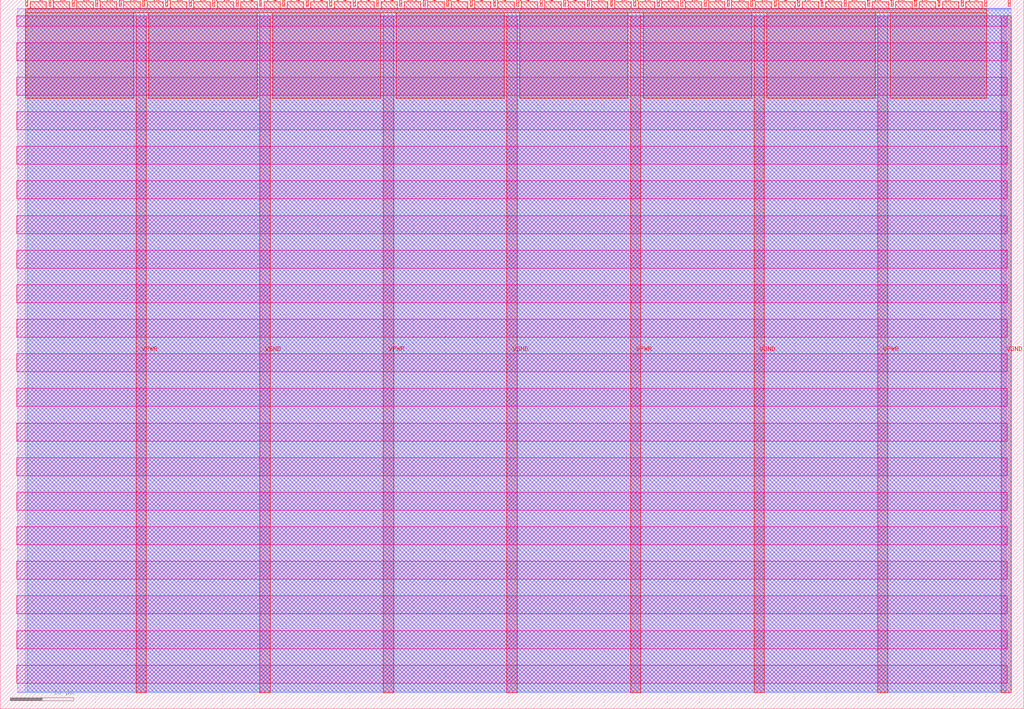
<source format=lef>
VERSION 5.7 ;
  NOWIREEXTENSIONATPIN ON ;
  DIVIDERCHAR "/" ;
  BUSBITCHARS "[]" ;
MACRO tt_um_SteffenReith_PiMACTop
  CLASS BLOCK ;
  FOREIGN tt_um_SteffenReith_PiMACTop ;
  ORIGIN 0.000 0.000 ;
  SIZE 161.000 BY 111.520 ;
  PIN VGND
    DIRECTION INOUT ;
    USE GROUND ;
    PORT
      LAYER met4 ;
        RECT 40.830 2.480 42.430 109.040 ;
    END
    PORT
      LAYER met4 ;
        RECT 79.700 2.480 81.300 109.040 ;
    END
    PORT
      LAYER met4 ;
        RECT 118.570 2.480 120.170 109.040 ;
    END
    PORT
      LAYER met4 ;
        RECT 157.440 2.480 159.040 109.040 ;
    END
  END VGND
  PIN VPWR
    DIRECTION INOUT ;
    USE POWER ;
    PORT
      LAYER met4 ;
        RECT 21.395 2.480 22.995 109.040 ;
    END
    PORT
      LAYER met4 ;
        RECT 60.265 2.480 61.865 109.040 ;
    END
    PORT
      LAYER met4 ;
        RECT 99.135 2.480 100.735 109.040 ;
    END
    PORT
      LAYER met4 ;
        RECT 138.005 2.480 139.605 109.040 ;
    END
  END VPWR
  PIN clk
    DIRECTION INPUT ;
    USE SIGNAL ;
    ANTENNAGATEAREA 0.852000 ;
    PORT
      LAYER met4 ;
        RECT 154.870 110.520 155.170 111.520 ;
    END
  END clk
  PIN ena
    DIRECTION INPUT ;
    USE SIGNAL ;
    PORT
      LAYER met4 ;
        RECT 158.550 110.520 158.850 111.520 ;
    END
  END ena
  PIN rst_n
    DIRECTION INPUT ;
    USE SIGNAL ;
    PORT
      LAYER met4 ;
        RECT 151.190 110.520 151.490 111.520 ;
    END
  END rst_n
  PIN ui_in[0]
    DIRECTION INPUT ;
    USE SIGNAL ;
    ANTENNAGATEAREA 0.196500 ;
    PORT
      LAYER met4 ;
        RECT 147.510 110.520 147.810 111.520 ;
    END
  END ui_in[0]
  PIN ui_in[1]
    DIRECTION INPUT ;
    USE SIGNAL ;
    ANTENNAGATEAREA 0.196500 ;
    PORT
      LAYER met4 ;
        RECT 143.830 110.520 144.130 111.520 ;
    END
  END ui_in[1]
  PIN ui_in[2]
    DIRECTION INPUT ;
    USE SIGNAL ;
    ANTENNAGATEAREA 0.196500 ;
    PORT
      LAYER met4 ;
        RECT 140.150 110.520 140.450 111.520 ;
    END
  END ui_in[2]
  PIN ui_in[3]
    DIRECTION INPUT ;
    USE SIGNAL ;
    ANTENNAGATEAREA 0.196500 ;
    PORT
      LAYER met4 ;
        RECT 136.470 110.520 136.770 111.520 ;
    END
  END ui_in[3]
  PIN ui_in[4]
    DIRECTION INPUT ;
    USE SIGNAL ;
    ANTENNAGATEAREA 0.213000 ;
    PORT
      LAYER met4 ;
        RECT 132.790 110.520 133.090 111.520 ;
    END
  END ui_in[4]
  PIN ui_in[5]
    DIRECTION INPUT ;
    USE SIGNAL ;
    ANTENNAGATEAREA 0.196500 ;
    PORT
      LAYER met4 ;
        RECT 129.110 110.520 129.410 111.520 ;
    END
  END ui_in[5]
  PIN ui_in[6]
    DIRECTION INPUT ;
    USE SIGNAL ;
    ANTENNAGATEAREA 0.196500 ;
    PORT
      LAYER met4 ;
        RECT 125.430 110.520 125.730 111.520 ;
    END
  END ui_in[6]
  PIN ui_in[7]
    DIRECTION INPUT ;
    USE SIGNAL ;
    ANTENNAGATEAREA 0.196500 ;
    PORT
      LAYER met4 ;
        RECT 121.750 110.520 122.050 111.520 ;
    END
  END ui_in[7]
  PIN uio_in[0]
    DIRECTION INPUT ;
    USE SIGNAL ;
    ANTENNAGATEAREA 0.196500 ;
    PORT
      LAYER met4 ;
        RECT 118.070 110.520 118.370 111.520 ;
    END
  END uio_in[0]
  PIN uio_in[1]
    DIRECTION INPUT ;
    USE SIGNAL ;
    ANTENNAGATEAREA 0.196500 ;
    PORT
      LAYER met4 ;
        RECT 114.390 110.520 114.690 111.520 ;
    END
  END uio_in[1]
  PIN uio_in[2]
    DIRECTION INPUT ;
    USE SIGNAL ;
    ANTENNAGATEAREA 0.196500 ;
    PORT
      LAYER met4 ;
        RECT 110.710 110.520 111.010 111.520 ;
    END
  END uio_in[2]
  PIN uio_in[3]
    DIRECTION INPUT ;
    USE SIGNAL ;
    ANTENNAGATEAREA 0.196500 ;
    PORT
      LAYER met4 ;
        RECT 107.030 110.520 107.330 111.520 ;
    END
  END uio_in[3]
  PIN uio_in[4]
    DIRECTION INPUT ;
    USE SIGNAL ;
    PORT
      LAYER met4 ;
        RECT 103.350 110.520 103.650 111.520 ;
    END
  END uio_in[4]
  PIN uio_in[5]
    DIRECTION INPUT ;
    USE SIGNAL ;
    PORT
      LAYER met4 ;
        RECT 99.670 110.520 99.970 111.520 ;
    END
  END uio_in[5]
  PIN uio_in[6]
    DIRECTION INPUT ;
    USE SIGNAL ;
    PORT
      LAYER met4 ;
        RECT 95.990 110.520 96.290 111.520 ;
    END
  END uio_in[6]
  PIN uio_in[7]
    DIRECTION INPUT ;
    USE SIGNAL ;
    PORT
      LAYER met4 ;
        RECT 92.310 110.520 92.610 111.520 ;
    END
  END uio_in[7]
  PIN uio_oe[0]
    DIRECTION OUTPUT TRISTATE ;
    USE SIGNAL ;
    PORT
      LAYER met4 ;
        RECT 29.750 110.520 30.050 111.520 ;
    END
  END uio_oe[0]
  PIN uio_oe[1]
    DIRECTION OUTPUT TRISTATE ;
    USE SIGNAL ;
    PORT
      LAYER met4 ;
        RECT 26.070 110.520 26.370 111.520 ;
    END
  END uio_oe[1]
  PIN uio_oe[2]
    DIRECTION OUTPUT TRISTATE ;
    USE SIGNAL ;
    PORT
      LAYER met4 ;
        RECT 22.390 110.520 22.690 111.520 ;
    END
  END uio_oe[2]
  PIN uio_oe[3]
    DIRECTION OUTPUT TRISTATE ;
    USE SIGNAL ;
    PORT
      LAYER met4 ;
        RECT 18.710 110.520 19.010 111.520 ;
    END
  END uio_oe[3]
  PIN uio_oe[4]
    DIRECTION OUTPUT TRISTATE ;
    USE SIGNAL ;
    PORT
      LAYER met4 ;
        RECT 15.030 110.520 15.330 111.520 ;
    END
  END uio_oe[4]
  PIN uio_oe[5]
    DIRECTION OUTPUT TRISTATE ;
    USE SIGNAL ;
    PORT
      LAYER met4 ;
        RECT 11.350 110.520 11.650 111.520 ;
    END
  END uio_oe[5]
  PIN uio_oe[6]
    DIRECTION OUTPUT TRISTATE ;
    USE SIGNAL ;
    PORT
      LAYER met4 ;
        RECT 7.670 110.520 7.970 111.520 ;
    END
  END uio_oe[6]
  PIN uio_oe[7]
    DIRECTION OUTPUT TRISTATE ;
    USE SIGNAL ;
    PORT
      LAYER met4 ;
        RECT 3.990 110.520 4.290 111.520 ;
    END
  END uio_oe[7]
  PIN uio_out[0]
    DIRECTION OUTPUT TRISTATE ;
    USE SIGNAL ;
    PORT
      LAYER met4 ;
        RECT 59.190 110.520 59.490 111.520 ;
    END
  END uio_out[0]
  PIN uio_out[1]
    DIRECTION OUTPUT TRISTATE ;
    USE SIGNAL ;
    PORT
      LAYER met4 ;
        RECT 55.510 110.520 55.810 111.520 ;
    END
  END uio_out[1]
  PIN uio_out[2]
    DIRECTION OUTPUT TRISTATE ;
    USE SIGNAL ;
    PORT
      LAYER met4 ;
        RECT 51.830 110.520 52.130 111.520 ;
    END
  END uio_out[2]
  PIN uio_out[3]
    DIRECTION OUTPUT TRISTATE ;
    USE SIGNAL ;
    PORT
      LAYER met4 ;
        RECT 48.150 110.520 48.450 111.520 ;
    END
  END uio_out[3]
  PIN uio_out[4]
    DIRECTION OUTPUT TRISTATE ;
    USE SIGNAL ;
    PORT
      LAYER met4 ;
        RECT 44.470 110.520 44.770 111.520 ;
    END
  END uio_out[4]
  PIN uio_out[5]
    DIRECTION OUTPUT TRISTATE ;
    USE SIGNAL ;
    PORT
      LAYER met4 ;
        RECT 40.790 110.520 41.090 111.520 ;
    END
  END uio_out[5]
  PIN uio_out[6]
    DIRECTION OUTPUT TRISTATE ;
    USE SIGNAL ;
    PORT
      LAYER met4 ;
        RECT 37.110 110.520 37.410 111.520 ;
    END
  END uio_out[6]
  PIN uio_out[7]
    DIRECTION OUTPUT TRISTATE ;
    USE SIGNAL ;
    PORT
      LAYER met4 ;
        RECT 33.430 110.520 33.730 111.520 ;
    END
  END uio_out[7]
  PIN uo_out[0]
    DIRECTION OUTPUT TRISTATE ;
    USE SIGNAL ;
    ANTENNADIFFAREA 0.795200 ;
    PORT
      LAYER met4 ;
        RECT 88.630 110.520 88.930 111.520 ;
    END
  END uo_out[0]
  PIN uo_out[1]
    DIRECTION OUTPUT TRISTATE ;
    USE SIGNAL ;
    ANTENNADIFFAREA 0.445500 ;
    PORT
      LAYER met4 ;
        RECT 84.950 110.520 85.250 111.520 ;
    END
  END uo_out[1]
  PIN uo_out[2]
    DIRECTION OUTPUT TRISTATE ;
    USE SIGNAL ;
    ANTENNADIFFAREA 0.795200 ;
    PORT
      LAYER met4 ;
        RECT 81.270 110.520 81.570 111.520 ;
    END
  END uo_out[2]
  PIN uo_out[3]
    DIRECTION OUTPUT TRISTATE ;
    USE SIGNAL ;
    ANTENNADIFFAREA 1.242000 ;
    PORT
      LAYER met4 ;
        RECT 77.590 110.520 77.890 111.520 ;
    END
  END uo_out[3]
  PIN uo_out[4]
    DIRECTION OUTPUT TRISTATE ;
    USE SIGNAL ;
    ANTENNADIFFAREA 1.721000 ;
    PORT
      LAYER met4 ;
        RECT 73.910 110.520 74.210 111.520 ;
    END
  END uo_out[4]
  PIN uo_out[5]
    DIRECTION OUTPUT TRISTATE ;
    USE SIGNAL ;
    ANTENNADIFFAREA 1.524450 ;
    PORT
      LAYER met4 ;
        RECT 70.230 110.520 70.530 111.520 ;
    END
  END uo_out[5]
  PIN uo_out[6]
    DIRECTION OUTPUT TRISTATE ;
    USE SIGNAL ;
    ANTENNADIFFAREA 1.524450 ;
    PORT
      LAYER met4 ;
        RECT 66.550 110.520 66.850 111.520 ;
    END
  END uo_out[6]
  PIN uo_out[7]
    DIRECTION OUTPUT TRISTATE ;
    USE SIGNAL ;
    ANTENNADIFFAREA 0.462000 ;
    PORT
      LAYER met4 ;
        RECT 62.870 110.520 63.170 111.520 ;
    END
  END uo_out[7]
  OBS
      LAYER nwell ;
        RECT 2.570 107.385 158.430 108.990 ;
        RECT 2.570 101.945 158.430 104.775 ;
        RECT 2.570 96.505 158.430 99.335 ;
        RECT 2.570 91.065 158.430 93.895 ;
        RECT 2.570 85.625 158.430 88.455 ;
        RECT 2.570 80.185 158.430 83.015 ;
        RECT 2.570 74.745 158.430 77.575 ;
        RECT 2.570 69.305 158.430 72.135 ;
        RECT 2.570 63.865 158.430 66.695 ;
        RECT 2.570 58.425 158.430 61.255 ;
        RECT 2.570 52.985 158.430 55.815 ;
        RECT 2.570 47.545 158.430 50.375 ;
        RECT 2.570 42.105 158.430 44.935 ;
        RECT 2.570 36.665 158.430 39.495 ;
        RECT 2.570 31.225 158.430 34.055 ;
        RECT 2.570 25.785 158.430 28.615 ;
        RECT 2.570 20.345 158.430 23.175 ;
        RECT 2.570 14.905 158.430 17.735 ;
        RECT 2.570 9.465 158.430 12.295 ;
        RECT 2.570 4.025 158.430 6.855 ;
      LAYER li1 ;
        RECT 2.760 2.635 158.240 108.885 ;
      LAYER met1 ;
        RECT 2.760 2.480 159.040 110.120 ;
      LAYER met2 ;
        RECT 4.230 2.535 159.010 110.150 ;
      LAYER met3 ;
        RECT 3.950 2.555 159.030 109.985 ;
      LAYER met4 ;
        RECT 4.690 110.120 7.270 111.170 ;
        RECT 8.370 110.120 10.950 111.170 ;
        RECT 12.050 110.120 14.630 111.170 ;
        RECT 15.730 110.120 18.310 111.170 ;
        RECT 19.410 110.120 21.990 111.170 ;
        RECT 23.090 110.120 25.670 111.170 ;
        RECT 26.770 110.120 29.350 111.170 ;
        RECT 30.450 110.120 33.030 111.170 ;
        RECT 34.130 110.120 36.710 111.170 ;
        RECT 37.810 110.120 40.390 111.170 ;
        RECT 41.490 110.120 44.070 111.170 ;
        RECT 45.170 110.120 47.750 111.170 ;
        RECT 48.850 110.120 51.430 111.170 ;
        RECT 52.530 110.120 55.110 111.170 ;
        RECT 56.210 110.120 58.790 111.170 ;
        RECT 59.890 110.120 62.470 111.170 ;
        RECT 63.570 110.120 66.150 111.170 ;
        RECT 67.250 110.120 69.830 111.170 ;
        RECT 70.930 110.120 73.510 111.170 ;
        RECT 74.610 110.120 77.190 111.170 ;
        RECT 78.290 110.120 80.870 111.170 ;
        RECT 81.970 110.120 84.550 111.170 ;
        RECT 85.650 110.120 88.230 111.170 ;
        RECT 89.330 110.120 91.910 111.170 ;
        RECT 93.010 110.120 95.590 111.170 ;
        RECT 96.690 110.120 99.270 111.170 ;
        RECT 100.370 110.120 102.950 111.170 ;
        RECT 104.050 110.120 106.630 111.170 ;
        RECT 107.730 110.120 110.310 111.170 ;
        RECT 111.410 110.120 113.990 111.170 ;
        RECT 115.090 110.120 117.670 111.170 ;
        RECT 118.770 110.120 121.350 111.170 ;
        RECT 122.450 110.120 125.030 111.170 ;
        RECT 126.130 110.120 128.710 111.170 ;
        RECT 129.810 110.120 132.390 111.170 ;
        RECT 133.490 110.120 136.070 111.170 ;
        RECT 137.170 110.120 139.750 111.170 ;
        RECT 140.850 110.120 143.430 111.170 ;
        RECT 144.530 110.120 147.110 111.170 ;
        RECT 148.210 110.120 150.790 111.170 ;
        RECT 151.890 110.120 154.470 111.170 ;
        RECT 3.975 109.440 155.185 110.120 ;
        RECT 3.975 96.055 20.995 109.440 ;
        RECT 23.395 96.055 40.430 109.440 ;
        RECT 42.830 96.055 59.865 109.440 ;
        RECT 62.265 96.055 79.300 109.440 ;
        RECT 81.700 96.055 98.735 109.440 ;
        RECT 101.135 96.055 118.170 109.440 ;
        RECT 120.570 96.055 137.605 109.440 ;
        RECT 140.005 96.055 155.185 109.440 ;
  END
END tt_um_SteffenReith_PiMACTop
END LIBRARY


</source>
